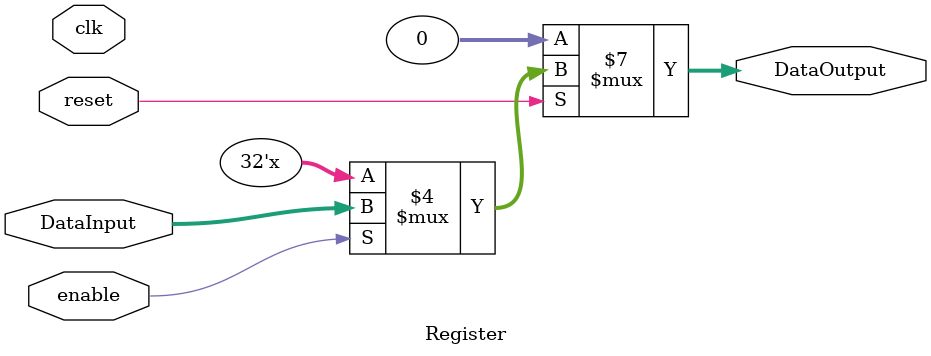
<source format=v>
module Register
#(
	parameter N=32
)
(
	input clk,
	input reset,
	input enable,
	input  [N-1:0] DataInput,
	
	
	output reg [N-1:0] DataOutput
);

always@(*) begin
	if(reset==0)
		DataOutput <= 0;
	else	
		if(enable==1)
			DataOutput<=DataInput;
end

endmodule
</source>
